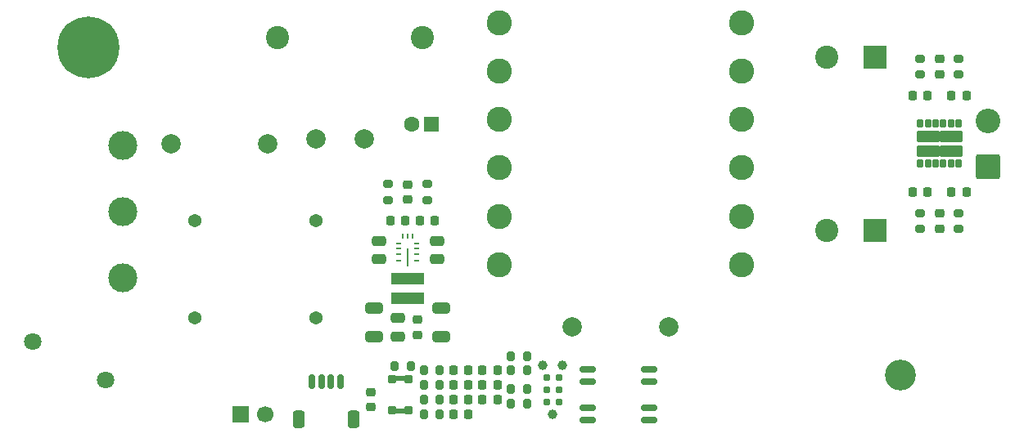
<source format=gbr>
%TF.GenerationSoftware,KiCad,Pcbnew,9.0.0-9.0.0-2~ubuntu24.04.1*%
%TF.CreationDate,2025-04-10T08:20:29-04:00*%
%TF.ProjectId,PSU,5053552e-6b69-4636-9164-5f7063625858,0*%
%TF.SameCoordinates,Original*%
%TF.FileFunction,Soldermask,Top*%
%TF.FilePolarity,Negative*%
%FSLAX46Y46*%
G04 Gerber Fmt 4.6, Leading zero omitted, Abs format (unit mm)*
G04 Created by KiCad (PCBNEW 9.0.0-9.0.0-2~ubuntu24.04.1) date 2025-04-10 08:20:29*
%MOMM*%
%LPD*%
G01*
G04 APERTURE LIST*
G04 Aperture macros list*
%AMRoundRect*
0 Rectangle with rounded corners*
0 $1 Rounding radius*
0 $2 $3 $4 $5 $6 $7 $8 $9 X,Y pos of 4 corners*
0 Add a 4 corners polygon primitive as box body*
4,1,4,$2,$3,$4,$5,$6,$7,$8,$9,$2,$3,0*
0 Add four circle primitives for the rounded corners*
1,1,$1+$1,$2,$3*
1,1,$1+$1,$4,$5*
1,1,$1+$1,$6,$7*
1,1,$1+$1,$8,$9*
0 Add four rect primitives between the rounded corners*
20,1,$1+$1,$2,$3,$4,$5,0*
20,1,$1+$1,$4,$5,$6,$7,0*
20,1,$1+$1,$6,$7,$8,$9,0*
20,1,$1+$1,$8,$9,$2,$3,0*%
G04 Aperture macros list end*
%ADD10R,2.400000X2.400000*%
%ADD11C,2.400000*%
%ADD12RoundRect,0.200000X-0.200000X-0.275000X0.200000X-0.275000X0.200000X0.275000X-0.200000X0.275000X0*%
%ADD13C,2.604000*%
%ADD14RoundRect,0.200000X0.200000X0.275000X-0.200000X0.275000X-0.200000X-0.275000X0.200000X-0.275000X0*%
%ADD15RoundRect,0.225000X-0.225000X-0.250000X0.225000X-0.250000X0.225000X0.250000X-0.225000X0.250000X0*%
%ADD16RoundRect,0.200000X-0.275000X0.200000X-0.275000X-0.200000X0.275000X-0.200000X0.275000X0.200000X0*%
%ADD17C,2.004000*%
%ADD18RoundRect,0.218750X0.218750X0.256250X-0.218750X0.256250X-0.218750X-0.256250X0.218750X-0.256250X0*%
%ADD19RoundRect,0.250000X0.475000X-0.250000X0.475000X0.250000X-0.475000X0.250000X-0.475000X-0.250000X0*%
%ADD20RoundRect,0.102000X-0.300000X0.325000X-0.300000X-0.325000X0.300000X-0.325000X0.300000X0.325000X0*%
%ADD21RoundRect,0.102000X-0.350000X0.175000X-0.350000X-0.175000X0.350000X-0.175000X0.350000X0.175000X0*%
%ADD22RoundRect,0.218750X-0.218750X-0.256250X0.218750X-0.256250X0.218750X0.256250X-0.218750X0.256250X0*%
%ADD23RoundRect,0.200000X0.275000X-0.200000X0.275000X0.200000X-0.275000X0.200000X-0.275000X-0.200000X0*%
%ADD24C,3.200000*%
%ADD25RoundRect,0.225000X0.250000X-0.225000X0.250000X0.225000X-0.250000X0.225000X-0.250000X-0.225000X0*%
%ADD26C,6.400000*%
%ADD27R,1.600000X1.600000*%
%ADD28C,1.600000*%
%ADD29RoundRect,0.249999X1.025001X-1.025001X1.025001X1.025001X-1.025001X1.025001X-1.025001X-1.025001X0*%
%ADD30C,2.550000*%
%ADD31RoundRect,0.250000X-0.650000X0.325000X-0.650000X-0.325000X0.650000X-0.325000X0.650000X0.325000X0*%
%ADD32RoundRect,0.218750X-0.256250X0.218750X-0.256250X-0.218750X0.256250X-0.218750X0.256250X0.218750X0*%
%ADD33RoundRect,0.150000X-0.662500X-0.150000X0.662500X-0.150000X0.662500X0.150000X-0.662500X0.150000X0*%
%ADD34C,2.000000*%
%ADD35RoundRect,0.225000X0.225000X0.250000X-0.225000X0.250000X-0.225000X-0.250000X0.225000X-0.250000X0*%
%ADD36RoundRect,0.102000X0.200000X-0.325000X0.200000X0.325000X-0.200000X0.325000X-0.200000X-0.325000X0*%
%ADD37RoundRect,0.102000X1.050000X-0.500000X1.050000X0.500000X-1.050000X0.500000X-1.050000X-0.500000X0*%
%ADD38RoundRect,0.150000X-0.150000X-0.625000X0.150000X-0.625000X0.150000X0.625000X-0.150000X0.625000X0*%
%ADD39RoundRect,0.250000X-0.350000X-0.650000X0.350000X-0.650000X0.350000X0.650000X-0.350000X0.650000X0*%
%ADD40R,1.700000X1.700000*%
%ADD41C,1.700000*%
%ADD42R,3.400000X1.300000*%
%ADD43C,1.371600*%
%ADD44C,1.800000*%
%ADD45C,3.000000*%
%ADD46R,0.599999X0.249999*%
%ADD47R,0.249999X0.599999*%
%ADD48R,0.249999X1.825000*%
%ADD49C,0.990600*%
%ADD50C,0.787400*%
%ADD51RoundRect,0.218750X0.256250X-0.218750X0.256250X0.218750X-0.256250X0.218750X-0.256250X-0.218750X0*%
G04 APERTURE END LIST*
D10*
%TO.C,C10*%
X186323959Y-91000000D03*
D11*
X181323959Y-91000000D03*
%TD*%
D12*
%TO.C,R35*%
X139675000Y-128000000D03*
X141325000Y-128000000D03*
%TD*%
D13*
%TO.C,T1*%
X147500000Y-87500000D03*
X147500000Y-92500000D03*
X147500000Y-97500000D03*
X147500000Y-102500000D03*
X147500000Y-107500000D03*
X147500000Y-112500000D03*
X172500000Y-112500000D03*
X172500000Y-107500000D03*
X172500000Y-102500000D03*
X172500000Y-97500000D03*
X172500000Y-92500000D03*
X172500000Y-87500000D03*
%TD*%
D14*
%TO.C,R31*%
X150325000Y-126946104D03*
X148675000Y-126946104D03*
%TD*%
%TO.C,R40*%
X141325000Y-123500000D03*
X139675000Y-123500000D03*
%TD*%
D15*
%TO.C,C15*%
X142725000Y-128000000D03*
X144275000Y-128000000D03*
%TD*%
D16*
%TO.C,R9*%
X191000000Y-107175000D03*
X191000000Y-108825000D03*
%TD*%
D17*
%TO.C,L1*%
X133500000Y-99500000D03*
X128500000Y-99500000D03*
%TD*%
D18*
%TO.C,D11*%
X195787500Y-95000000D03*
X194212500Y-95000000D03*
%TD*%
D19*
%TO.C,C28*%
X135000000Y-111950000D03*
X135000000Y-110050000D03*
%TD*%
D12*
%TO.C,R15*%
X148675000Y-122000000D03*
X150325000Y-122000000D03*
%TD*%
D20*
%TO.C,S1*%
X138050000Y-124425000D03*
X138050000Y-127575000D03*
X136350000Y-124425000D03*
X136350000Y-127575000D03*
D21*
X137200000Y-124275000D03*
X137200000Y-127725000D03*
%TD*%
D22*
%TO.C,D6*%
X190212500Y-105000000D03*
X191787500Y-105000000D03*
%TD*%
D18*
%TO.C,D7*%
X195787500Y-105000000D03*
X194212500Y-105000000D03*
%TD*%
D23*
%TO.C,R11*%
X195000000Y-108825000D03*
X195000000Y-107175000D03*
%TD*%
D15*
%TO.C,C24*%
X142725000Y-123500000D03*
X144275000Y-123500000D03*
%TD*%
D24*
%TO.C,H2*%
X189000000Y-124000000D03*
%TD*%
D14*
%TO.C,R34*%
X141325000Y-126500000D03*
X139675000Y-126500000D03*
%TD*%
D25*
%TO.C,C31*%
X138000000Y-105775000D03*
X138000000Y-104225000D03*
%TD*%
D15*
%TO.C,C12*%
X142725000Y-125000000D03*
X144275000Y-125000000D03*
%TD*%
%TO.C,C30*%
X139225000Y-108000000D03*
X140775000Y-108000000D03*
%TD*%
D26*
%TO.C,H1*%
X105000000Y-90000000D03*
%TD*%
D14*
%TO.C,R30*%
X150325000Y-125446104D03*
X148675000Y-125446104D03*
%TD*%
D27*
%TO.C,C3*%
X140455113Y-98000000D03*
D28*
X138455113Y-98000000D03*
%TD*%
D10*
%TO.C,C11*%
X186323959Y-109000000D03*
D11*
X181323959Y-109000000D03*
%TD*%
D29*
%TO.C,J6*%
X198000000Y-102400000D03*
D30*
X198000000Y-97600000D03*
%TD*%
D31*
%TO.C,C33*%
X134500000Y-117025000D03*
X134500000Y-119975000D03*
%TD*%
D23*
%TO.C,R20*%
X140000000Y-105825000D03*
X140000000Y-104175000D03*
%TD*%
D32*
%TO.C,D2*%
X139000000Y-118212500D03*
X139000000Y-119787500D03*
%TD*%
D14*
%TO.C,R33*%
X138325000Y-123000000D03*
X136675000Y-123000000D03*
%TD*%
D33*
%TO.C,U6*%
X156625000Y-123365000D03*
X156625000Y-124635000D03*
X163000000Y-124635000D03*
X163000000Y-123365000D03*
%TD*%
D19*
%TO.C,C34*%
X137000000Y-119950000D03*
X137000000Y-118050000D03*
%TD*%
D16*
%TO.C,R19*%
X136000000Y-104175000D03*
X136000000Y-105825000D03*
%TD*%
D34*
%TO.C,C20*%
X155000000Y-119000000D03*
X165000000Y-119000000D03*
%TD*%
D32*
%TO.C,D13*%
X193000000Y-91212500D03*
X193000000Y-92787500D03*
%TD*%
D35*
%TO.C,C5*%
X147275000Y-125000000D03*
X145725000Y-125000000D03*
%TD*%
D36*
%TO.C,U4*%
X191000000Y-102075000D03*
X191800000Y-102075000D03*
X192600000Y-102075000D03*
X193400000Y-102075000D03*
X194200000Y-102075000D03*
X195000000Y-102075000D03*
X195000000Y-97925000D03*
X194200000Y-97925000D03*
X193400000Y-97925000D03*
X192600000Y-97925000D03*
X191800000Y-97925000D03*
X191000000Y-97925000D03*
D37*
X191825000Y-100750000D03*
X194175000Y-100750000D03*
X194175000Y-99250000D03*
X191825000Y-99250000D03*
%TD*%
D25*
%TO.C,C25*%
X134200000Y-127275000D03*
X134200000Y-125725000D03*
%TD*%
D35*
%TO.C,C16*%
X147275000Y-126500000D03*
X145725000Y-126500000D03*
%TD*%
D14*
%TO.C,R39*%
X141325000Y-125000000D03*
X139675000Y-125000000D03*
%TD*%
D31*
%TO.C,C32*%
X141500000Y-117025000D03*
X141500000Y-119975000D03*
%TD*%
D16*
%TO.C,R14*%
X195000000Y-91175000D03*
X195000000Y-92825000D03*
%TD*%
D15*
%TO.C,C22*%
X142725000Y-126500000D03*
X144275000Y-126500000D03*
%TD*%
D34*
%TO.C,C1*%
X113500000Y-100000000D03*
X123500000Y-100000000D03*
%TD*%
D38*
%TO.C,J5*%
X128070000Y-124630000D03*
X129070000Y-124630000D03*
X130070000Y-124630000D03*
X131070000Y-124630000D03*
D39*
X126770000Y-128505000D03*
X132370000Y-128505000D03*
%TD*%
D40*
%TO.C,J4*%
X120725000Y-128000000D03*
D41*
X123265000Y-128000000D03*
%TD*%
D42*
%TO.C,L2*%
X138000000Y-113950000D03*
X138000000Y-116050000D03*
%TD*%
D33*
%TO.C,U5*%
X156625000Y-127365000D03*
X156625000Y-128635000D03*
X163000000Y-128635000D03*
X163000000Y-127365000D03*
%TD*%
D43*
%TO.C,FL1*%
X128500000Y-118000000D03*
X116000000Y-118000000D03*
X116000000Y-108000000D03*
X128500000Y-108000000D03*
%TD*%
D19*
%TO.C,C27*%
X141000000Y-111950000D03*
X141000000Y-110050000D03*
%TD*%
D14*
%TO.C,R16*%
X150325000Y-123500000D03*
X148675000Y-123500000D03*
%TD*%
D35*
%TO.C,C17*%
X147275000Y-123500000D03*
X145725000Y-123500000D03*
%TD*%
D44*
%TO.C,RV1*%
X106750000Y-124500000D03*
X99250000Y-120500000D03*
%TD*%
D11*
%TO.C,C2*%
X139500000Y-89000000D03*
X124500000Y-89000000D03*
%TD*%
D22*
%TO.C,D10*%
X190212500Y-95000000D03*
X191787500Y-95000000D03*
%TD*%
D35*
%TO.C,C29*%
X137775000Y-108000000D03*
X136225000Y-108000000D03*
%TD*%
D45*
%TO.C,J1*%
X108500000Y-100150000D03*
X108500000Y-113850000D03*
X108500000Y-107000000D03*
%TD*%
D46*
%TO.C,U3*%
X138900001Y-112124999D03*
X138900001Y-111475000D03*
X138900001Y-110824999D03*
X138900001Y-110325000D03*
D47*
X138499999Y-109600000D03*
X138000000Y-109600000D03*
X137500001Y-109600000D03*
D46*
X137099999Y-110325000D03*
X137099999Y-110824999D03*
X137099999Y-111475000D03*
X137099999Y-112124999D03*
D48*
X138000000Y-111787999D03*
%TD*%
D49*
%TO.C,J3*%
X153000000Y-128040000D03*
X151984000Y-122960000D03*
X154016000Y-122960000D03*
D50*
X153635000Y-126770000D03*
X152365000Y-126770000D03*
X153635000Y-125500000D03*
X152365000Y-125500000D03*
X153635000Y-124230000D03*
X152365000Y-124230000D03*
%TD*%
D23*
%TO.C,R13*%
X191000000Y-92825000D03*
X191000000Y-91175000D03*
%TD*%
D51*
%TO.C,D12*%
X193000000Y-108787500D03*
X193000000Y-107212500D03*
%TD*%
M02*

</source>
